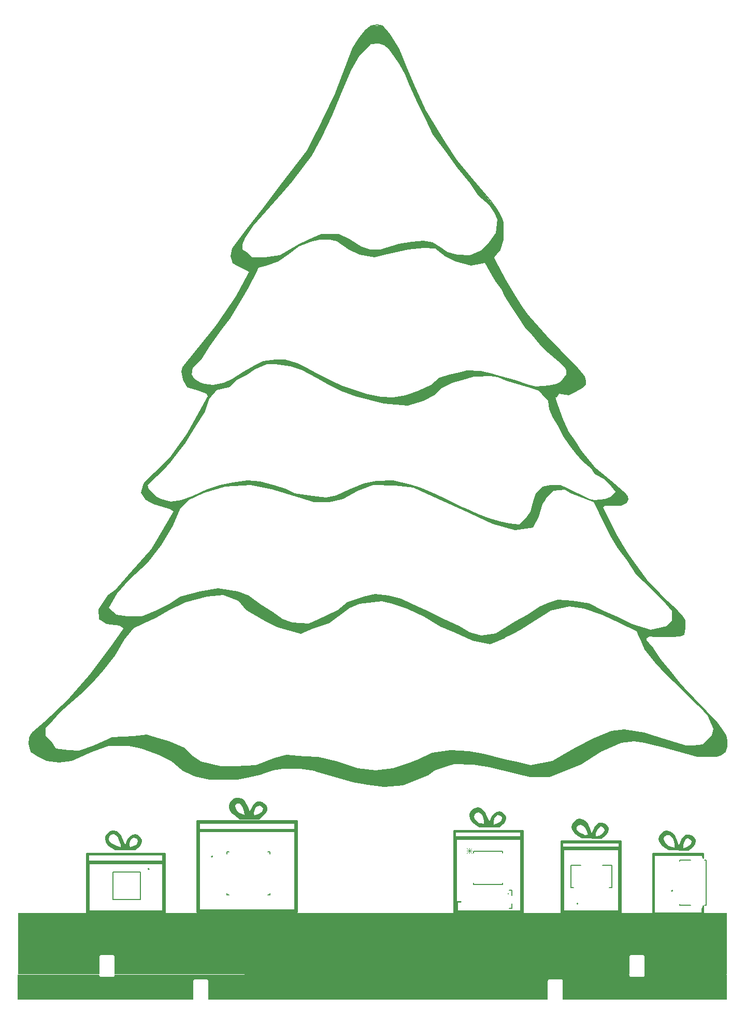
<source format=gto>
G04*
G04 #@! TF.GenerationSoftware,Altium Limited,Altium NEXUS,2.1.9 (83)*
G04*
G04 Layer_Color=65535*
%FSLAX44Y44*%
%MOMM*%
G71*
G01*
G75*
%ADD10C,0.2000*%
%ADD11C,0.2540*%
%ADD12C,0.1524*%
%ADD13C,0.1270*%
%ADD14C,0.3000*%
%ADD15C,0.2500*%
%ADD16C,0.4000*%
%ADD17C,0.0762*%
G36*
X1312180Y1808830D02*
X1327420Y1784700D01*
X1346470Y1738345D01*
X1370600Y1684370D01*
X1421400Y1603090D01*
X1488710Y1521810D01*
X1497600Y1501490D01*
Y1473550D01*
X1492520Y1457040D01*
X1482360Y1444340D01*
X1501410Y1408780D01*
X1521222Y1375506D01*
X1523000Y1373220D01*
X1529350Y1363060D01*
X1538240Y1350360D01*
X1572530Y1312260D01*
X1618250Y1265270D01*
X1630950Y1250030D01*
X1632220Y1237330D01*
X1628410Y1233520D01*
X1620790Y1228440D01*
X1605550Y1220820D01*
X1589040Y1223360D01*
X1585230Y1217010D01*
X1582690D01*
X1583960Y1210660D01*
X1595390Y1180180D01*
X1604280Y1159860D01*
X1615710Y1144620D01*
X1624600Y1129380D01*
X1647460Y1101440D01*
X1676670Y1077310D01*
X1696990Y1059530D01*
X1700800Y1054450D01*
X1702070Y1049370D01*
X1699530Y1044290D01*
X1690640Y1040480D01*
X1663970D01*
X1660160Y1036670D01*
X1683020Y990950D01*
X1700800Y961740D01*
X1733820Y916020D01*
X1761760Y886810D01*
X1778270Y872840D01*
X1790970Y858870D01*
X1794780Y852520D01*
X1793510Y829660D01*
X1787160Y827120D01*
X1742075Y826485D01*
X1736360Y827120D01*
X1731280Y823310D01*
Y820409D01*
X1730371Y819522D01*
D01*
D01*
X1741440Y808070D01*
X1754140Y789020D01*
X1787160Y748380D01*
X1846850Y686150D01*
X1862090Y664560D01*
X1863360Y656940D01*
Y646780D01*
X1860820Y637890D01*
X1854470Y632810D01*
X1846850Y630270D01*
X1815100D01*
X1760490Y645510D01*
X1728740Y653130D01*
X1712230Y655670D01*
X1690640Y653130D01*
X1657620Y639160D01*
X1624600Y617570D01*
X1573800Y597250D01*
X1542050D01*
X1476010Y613760D01*
X1449340Y617570D01*
X1417590Y618840D01*
X1385840Y608680D01*
X1375680Y601060D01*
X1333770Y584804D01*
X1302843Y582370D01*
X1252211Y590247D01*
X1190260Y607410D01*
X1166130Y611220D01*
X1138190D01*
X1121680Y608680D01*
X1100090Y601060D01*
X1063260Y593440D01*
X1017540D01*
X994680Y598520D01*
X974360Y607410D01*
X956580Y622650D01*
X934990Y634080D01*
X907050Y644240D01*
X886730Y648050D01*
X852440D01*
X824500Y637890D01*
X792750Y623920D01*
X772430Y621380D01*
X752110Y623920D01*
X738140Y630270D01*
X726710Y637890D01*
X722900Y650590D01*
X724170Y660750D01*
X727980Y668370D01*
X752110Y688690D01*
X787670Y722980D01*
X823230Y763620D01*
X858790Y810610D01*
X879110Y839820D01*
D01*
X871490Y844900D01*
X849900Y847440D01*
X838470Y855060D01*
X837200Y870300D01*
X852440Y893160D01*
X865140Y902050D01*
X923560Y968090D01*
X960390Y1030320D01*
X955310Y1034130D01*
X927370Y1043020D01*
X914670Y1049370D01*
X907050Y1060800D01*
X910860Y1076040D01*
X954040Y1117950D01*
X981980Y1157320D01*
X1016270Y1218280D01*
X1013730Y1223360D01*
X999760Y1228440D01*
X981980Y1233520D01*
X975630Y1244950D01*
X973090Y1258920D01*
X974360Y1265270D01*
X1002808Y1300576D01*
X1028970Y1332580D01*
X1061990Y1380840D01*
X1083782Y1420792D01*
X1056910Y1435450D01*
X1053100Y1446880D01*
X1055640Y1459580D01*
X1078500Y1490060D01*
X1134380Y1562450D01*
X1177560Y1618330D01*
X1211215Y1685640D01*
X1223280Y1711040D01*
X1252490Y1785970D01*
X1262650Y1802480D01*
X1272810Y1815180D01*
X1281700Y1822800D01*
X1300750D01*
X1312180Y1808830D01*
D02*
G37*
G36*
X1070000Y561750D02*
X1073250Y560750D01*
X1076250Y557250D01*
X1078250Y553750D01*
X1079750Y551250D01*
X1081250Y547750D01*
X1084000Y541250D01*
X1086000Y545250D01*
X1088750Y550250D01*
X1090750Y553000D01*
X1093750Y555750D01*
X1097000Y556750D01*
X1101500D01*
X1105500Y555500D01*
X1107500Y553750D01*
X1110000Y551750D01*
X1111750Y549250D01*
X1112250Y546750D01*
Y542750D01*
X1110750Y539000D01*
X1107500Y535000D01*
X1102000Y529750D01*
X1099250Y527000D01*
X1067500D01*
X1063500Y530750D01*
X1059750Y533750D01*
X1055750Y536500D01*
X1053000Y539250D01*
X1050750Y543000D01*
X1049750Y547000D01*
X1050000Y550970D01*
X1051250Y555000D01*
X1053000Y557500D01*
X1055250Y559750D01*
X1058500Y561750D01*
X1062000Y563250D01*
X1065500D01*
X1070000Y561750D01*
D02*
G37*
G36*
X1461954Y545938D02*
X1465789Y542765D01*
X1469227Y538401D01*
X1471872Y532715D01*
X1473591Y528616D01*
X1475508Y523723D01*
X1476500Y526500D01*
X1478219Y530599D01*
X1480403Y534312D01*
X1483376Y537872D01*
X1487343Y540252D01*
X1492170Y540781D01*
X1495145Y539988D01*
X1498583Y537740D01*
X1501624Y534566D01*
X1502947Y531856D01*
X1503211Y529079D01*
X1502153Y525442D01*
X1500170Y522335D01*
X1497657Y519492D01*
X1494616Y517111D01*
X1491575Y514467D01*
X1458781Y514731D01*
X1453491Y518169D01*
X1450053Y520814D01*
X1446351Y524516D01*
X1444499Y527029D01*
X1443309Y529409D01*
X1442516Y533508D01*
X1442912Y536418D01*
X1443574Y538533D01*
X1444632Y540385D01*
X1446218Y542236D01*
X1449789Y545277D01*
X1454020Y546996D01*
X1456797Y547393D01*
X1461954Y545938D01*
D02*
G37*
G36*
X1629454Y527688D02*
X1633289Y524515D01*
X1636727Y520151D01*
X1639372Y514465D01*
X1641091Y510366D01*
X1643008Y505473D01*
X1644000Y508250D01*
X1645719Y512349D01*
X1647903Y516062D01*
X1650876Y519622D01*
X1654843Y522002D01*
X1659670Y522531D01*
X1662645Y521738D01*
X1666083Y519490D01*
X1669124Y516316D01*
X1670447Y513605D01*
X1670711Y510829D01*
X1669653Y507192D01*
X1667670Y504085D01*
X1665157Y501242D01*
X1662116Y498861D01*
X1659075Y496217D01*
X1626281Y496481D01*
X1620991Y499919D01*
X1617553Y502564D01*
X1613851Y506267D01*
X1611999Y508779D01*
X1610809Y511159D01*
X1610016Y515258D01*
X1610412Y518168D01*
X1611074Y520283D01*
X1612132Y522135D01*
X1613718Y523986D01*
X1617289Y527027D01*
X1621520Y528746D01*
X1624297Y529143D01*
X1629454Y527688D01*
D02*
G37*
G36*
X866704Y508438D02*
X870539Y505265D01*
X873977Y500901D01*
X876622Y495215D01*
X878341Y491116D01*
X880258Y486223D01*
X881250Y489000D01*
X882969Y493099D01*
X885153Y496812D01*
X888126Y500372D01*
X892093Y502752D01*
X896920Y503281D01*
X899895Y502488D01*
X903333Y500240D01*
X906375Y497066D01*
X907697Y494356D01*
X907961Y491579D01*
X906903Y487942D01*
X904920Y484835D01*
X902408Y481992D01*
X899366Y479611D01*
X896325Y476967D01*
X863531Y477231D01*
X858241Y480669D01*
X854803Y483314D01*
X851100Y487016D01*
X849249Y489529D01*
X848059Y491909D01*
X847266Y496008D01*
X847663Y498918D01*
X848324Y501033D01*
X849381Y502885D01*
X850968Y504736D01*
X854539Y507777D01*
X858770Y509496D01*
X861547Y509893D01*
X866704Y508438D01*
D02*
G37*
G36*
X1771704Y508189D02*
X1775539Y505015D01*
X1778977Y500651D01*
X1781622Y494965D01*
X1783341Y490866D01*
X1785258Y485973D01*
X1786250Y488750D01*
X1787969Y492849D01*
X1790153Y496562D01*
X1793126Y500122D01*
X1797093Y502502D01*
X1801920Y503031D01*
X1804895Y502238D01*
X1808333Y499990D01*
X1811375Y496816D01*
X1812697Y494105D01*
X1812961Y491329D01*
X1811903Y487692D01*
X1809920Y484585D01*
X1807408Y481742D01*
X1804366Y479361D01*
X1801325Y476717D01*
X1768531Y476981D01*
X1763241Y480419D01*
X1759803Y483064D01*
X1756100Y486767D01*
X1754249Y489279D01*
X1753059Y491659D01*
X1752266Y495758D01*
X1752663Y498668D01*
X1753324Y500783D01*
X1754382Y502635D01*
X1755968Y504486D01*
X1759539Y507527D01*
X1763770Y509246D01*
X1766547Y509643D01*
X1771704Y508189D01*
D02*
G37*
G36*
X1863360Y274625D02*
X1862727D01*
X1863500Y273852D01*
Y233640D01*
X1863360Y233500D01*
X1595590D01*
Y263750D01*
X1595393Y264741D01*
X1594831Y265581D01*
X1593991Y266143D01*
X1593000Y266340D01*
X1573500D01*
X1572509Y266143D01*
X1571669Y265581D01*
X1571107Y264741D01*
X1570910Y263750D01*
Y233500D01*
X1016090D01*
Y263750D01*
X1015893Y264741D01*
X1015331Y265581D01*
X1014491Y266143D01*
X1013500Y266340D01*
X994000D01*
X993009Y266143D01*
X992169Y265581D01*
X991607Y264741D01*
X991410Y263750D01*
Y233500D01*
X704741D01*
Y274241D01*
X705000Y274500D01*
X837512Y274529D01*
X838410Y273631D01*
Y273500D01*
X838607Y272509D01*
X839169Y271669D01*
X840009Y271107D01*
X841000Y270910D01*
X860500D01*
X861491Y271107D01*
X862331Y271669D01*
X862893Y272509D01*
X863090Y273500D01*
Y274534D01*
X1284132Y274625D01*
X863090Y274625D01*
Y303750D01*
X862893Y304741D01*
X862331Y305581D01*
X861491Y306143D01*
X860500Y306340D01*
X841000D01*
X840009Y306143D01*
X839169Y305581D01*
X838607Y304741D01*
X838410Y303750D01*
Y274625D01*
X705030D01*
Y374293D01*
X705737Y375000D01*
X1863360D01*
X1863360Y274625D01*
D02*
G37*
%LPC*%
G36*
X1294908Y1793844D02*
X1281326Y1793474D01*
Y1792348D01*
X1263324Y1774346D01*
X1249822Y1750717D01*
X1236320Y1719212D01*
X1218317Y1676456D01*
X1201439Y1640450D01*
X1185687Y1611196D01*
X1153057Y1568440D01*
X1137305Y1550437D01*
X1090047Y1496429D01*
X1076545Y1476176D01*
X1072045Y1466049D01*
Y1458173D01*
X1078796Y1453672D01*
X1087797Y1444671D01*
X1108472Y1444848D01*
X1132804Y1448046D01*
X1165434Y1467174D01*
X1189062Y1478426D01*
X1200314Y1482927D01*
X1229569D01*
X1247571Y1475050D01*
X1265574Y1462673D01*
X1281326Y1458173D01*
X1297079D01*
X1327458Y1467174D01*
X1348837Y1470550D01*
X1367298Y1472534D01*
X1382592Y1469424D01*
X1396094Y1461548D01*
X1407345Y1453672D01*
X1423098Y1449171D01*
X1443351Y1448046D01*
X1461354Y1455923D01*
X1474856Y1469424D01*
X1486107Y1485177D01*
X1488358Y1506555D01*
X1483857Y1517807D01*
X1474856Y1530184D01*
X1456853Y1545936D01*
X1443351Y1566189D01*
X1423098Y1590943D01*
X1403970Y1617947D01*
X1382592Y1646076D01*
X1371340Y1669705D01*
X1357838Y1696709D01*
X1344336Y1725963D01*
X1337585Y1742841D01*
X1328584Y1759719D01*
X1319582Y1773221D01*
X1310581Y1785598D01*
X1302705Y1791223D01*
X1294908Y1793844D01*
D02*
G37*
G36*
X1214941Y1473925D02*
X1198064D01*
X1183402Y1470248D01*
X1164309Y1462673D01*
X1146306Y1449171D01*
X1130554Y1437920D01*
X1111426Y1431169D01*
X1098566Y1427830D01*
X1095725Y1422239D01*
X1082564Y1396334D01*
X1070626Y1375506D01*
X1052846Y1345788D01*
X1038114Y1327754D01*
X1019064Y1300068D01*
X1005856Y1279748D01*
X990362Y1264508D01*
X988782Y1253392D01*
X993283Y1246641D01*
X1002284Y1241015D01*
X1009920Y1238346D01*
X1023890Y1236822D01*
X1041665Y1239890D01*
X1056292Y1246641D01*
X1073170Y1257893D01*
X1092298Y1269144D01*
X1105800Y1275895D01*
X1126053Y1278146D01*
X1141805D01*
X1162058Y1272520D01*
X1175560Y1265769D01*
X1193563Y1255642D01*
X1216067Y1244390D01*
X1235194Y1235389D01*
X1256573Y1228638D01*
X1276826Y1221887D01*
X1299226Y1217518D01*
X1318276Y1216502D01*
X1333484Y1218835D01*
X1338710Y1219637D01*
X1360088Y1227513D01*
X1379998Y1236822D01*
X1393844Y1248891D01*
X1410721Y1253392D01*
X1418597Y1255642D01*
X1429343Y1258030D01*
D01*
X1438850Y1260143D01*
X1461532Y1259428D01*
X1479356Y1255642D01*
X1493984Y1251142D01*
X1518936Y1244188D01*
X1537865Y1237639D01*
X1551194Y1234282D01*
X1573038Y1236060D01*
X1585123Y1238765D01*
X1591873Y1242140D01*
X1600875Y1253392D01*
Y1260143D01*
X1598625Y1265769D01*
X1587516Y1275938D01*
X1571260Y1289654D01*
X1557544Y1303878D01*
X1545606Y1318356D01*
X1533365Y1331029D01*
X1522113Y1347906D01*
X1510861Y1365909D01*
X1500735Y1381661D01*
X1495109Y1392913D01*
X1484982Y1406415D01*
X1479356Y1416541D01*
X1468105Y1435669D01*
X1445601Y1431169D01*
X1419722Y1437920D01*
X1402845Y1446921D01*
X1386602Y1459326D01*
X1367964Y1460423D01*
X1343211Y1458173D01*
X1304955Y1449171D01*
X1288077Y1444671D01*
X1263324Y1449171D01*
X1245321Y1458173D01*
X1226193Y1471675D01*
X1214941Y1473925D01*
D02*
G37*
G36*
X1111774Y1270350D02*
X1092298Y1262393D01*
X1079008Y1253078D01*
X1061918Y1244390D01*
X1051792Y1233139D01*
X1029288Y1228638D01*
X1027038Y1225263D01*
X1021442Y1218268D01*
X1018036Y1214011D01*
X1010428Y1192118D01*
X997783Y1172380D01*
X988782Y1158877D01*
X979186Y1142080D01*
X968529Y1129623D01*
X955027Y1111620D01*
X942102Y1096868D01*
X922798Y1079596D01*
X916771Y1073364D01*
X919022Y1066613D01*
X925772Y1060988D01*
X932523Y1054237D01*
X939275Y1050861D01*
X955027Y1046360D01*
X971905Y1048611D01*
X991032Y1055362D01*
X1014661Y1066613D01*
X1034914Y1073364D01*
X1056292Y1077865D01*
X1080278Y1081120D01*
X1100852Y1079596D01*
X1122677Y1073364D01*
X1141859Y1067307D01*
X1144056Y1066613D01*
X1157558Y1059862D01*
X1186812Y1055362D01*
X1208190Y1053111D01*
X1225068Y1056487D01*
X1247571Y1066613D01*
X1270075Y1075615D01*
X1290328Y1080116D01*
X1318276Y1080612D01*
X1346586Y1074490D01*
X1363464Y1068864D01*
X1387092Y1058737D01*
X1405095Y1050861D01*
X1432099Y1037359D01*
X1435375Y1035870D01*
X1456853Y1026107D01*
X1474856Y1019356D01*
X1492858Y1013730D01*
X1508014Y1011016D01*
X1524363Y1009230D01*
X1536740Y1021607D01*
X1542366Y1030608D01*
X1544088Y1036634D01*
X1546867Y1046360D01*
X1551367Y1059862D01*
X1562619Y1071114D01*
X1576121Y1073364D01*
X1591873D01*
X1600875Y1068864D01*
X1639131Y1050861D01*
X1648132Y1048611D01*
X1665010Y1050861D01*
X1672886Y1054237D01*
X1681887Y1062113D01*
X1675136Y1071114D01*
X1663884Y1082366D01*
X1648132Y1091367D01*
X1641381Y1100369D01*
X1627879Y1111620D01*
X1616627Y1125122D01*
X1605376Y1139750D01*
X1596374Y1153252D01*
X1587373Y1170129D01*
X1579497Y1183631D01*
X1573292Y1196944D01*
X1571620Y1210635D01*
X1561580Y1221393D01*
X1555868Y1227513D01*
X1537865Y1233139D01*
X1503188Y1243172D01*
X1489472Y1249522D01*
X1477106Y1251142D01*
X1453858Y1250173D01*
X1450102Y1250016D01*
X1429849Y1244390D01*
X1415222Y1239890D01*
X1398344Y1232014D01*
X1384842Y1219637D01*
X1367552Y1210152D01*
X1342152Y1202532D01*
X1302705Y1206135D01*
X1259948Y1217386D01*
X1258943Y1217736D01*
D01*
X1234069Y1226388D01*
X1211566Y1237639D01*
X1193563Y1247766D01*
X1168809Y1261268D01*
X1149874Y1267556D01*
X1126053Y1270269D01*
X1111774Y1270350D01*
D02*
G37*
G36*
X1085547Y1073364D02*
X1043956Y1070706D01*
X1009035Y1060988D01*
X984281Y1048611D01*
X970779Y1035109D01*
X968939Y1031114D01*
X957342Y1005936D01*
X939816Y975710D01*
X916771Y946220D01*
X886392Y918091D01*
X867426Y896462D01*
X853762Y873084D01*
X866139Y861832D01*
X883016Y859582D01*
X907770D01*
X930273Y868584D01*
X952262Y879190D01*
X970779Y891087D01*
X1002284Y900088D01*
X1032526Y904844D01*
X1064168Y900088D01*
X1081802Y893160D01*
X1101299Y878710D01*
X1121680Y866236D01*
X1137305Y855081D01*
X1152922Y848710D01*
X1180061Y847205D01*
X1195813Y853956D01*
X1228106Y869538D01*
X1243071Y882085D01*
X1270075Y891087D01*
X1288558Y895446D01*
X1310581Y893337D01*
X1330722Y888334D01*
X1348837Y879835D01*
X1373590Y868584D01*
X1400594Y855081D01*
X1426988Y842868D01*
X1443351Y832578D01*
X1462548Y827628D01*
X1486107Y831453D01*
X1517612Y850581D01*
X1537986Y861918D01*
X1547988Y868584D01*
X1558118Y875334D01*
X1573871Y882085D01*
X1587373Y886586D01*
X1611001Y884336D01*
X1638316Y879952D01*
X1661634Y868584D01*
X1686388Y857332D01*
X1708891Y846080D01*
X1739271Y837079D01*
X1765150Y842704D01*
X1774151Y852831D01*
Y867458D01*
X1764025Y879835D01*
X1746022Y897838D01*
X1726894Y915841D01*
X1715642Y927092D01*
X1699890Y950721D01*
X1684138Y972099D01*
X1672886Y990102D01*
X1659384Y1017106D01*
X1650406Y1036856D01*
X1648132Y1041860D01*
X1645882Y1045235D01*
X1608598Y1060038D01*
X1598625Y1065488D01*
X1580622Y1064363D01*
X1569370Y1053111D01*
X1566404Y1048168D01*
X1562619Y1041860D01*
X1555868Y1021607D01*
X1546867Y1003604D01*
X1517666Y999586D01*
X1480582Y1009492D01*
X1432099Y1032858D01*
X1382792Y1054704D01*
X1351087Y1068864D01*
X1322086Y1072484D01*
X1285002Y1072992D01*
X1261073Y1064363D01*
X1236320Y1050861D01*
X1213882Y1045560D01*
X1189062Y1045235D01*
X1164309Y1053111D01*
X1119302Y1066613D01*
X1085547Y1073364D01*
D02*
G37*
G36*
X1040400Y894176D02*
X1014492Y891636D01*
X978678Y881984D01*
X952777Y869709D01*
X930418Y856838D01*
X910606Y847440D01*
X894150Y839461D01*
X893842Y839312D01*
X879364Y820770D01*
X863616Y794862D01*
X844312Y769970D01*
X825516Y749396D01*
X806720Y731108D01*
X788432Y715614D01*
X772749Y702058D01*
X756936Y683102D01*
X750246Y677305D01*
X750332Y664052D01*
X759247Y654801D01*
X767350Y643478D01*
X787162Y640938D01*
X804942Y639668D01*
X829008Y648050D01*
X851511Y658177D01*
X858262Y661552D01*
X894268Y663802D01*
X915432Y666084D01*
X934774Y660427D01*
X952777Y654801D01*
X978424Y644240D01*
X988782Y632298D01*
X1004534Y622171D01*
X1036039Y614295D01*
X1060974Y614268D01*
X1094248Y616554D01*
X1124474Y627984D01*
X1143778Y633318D01*
X1173496Y630524D01*
X1195340Y629508D01*
X1227852Y621888D01*
X1240044Y617824D01*
X1260999Y610839D01*
X1289625Y607410D01*
X1317332Y611220D01*
X1341390Y618840D01*
X1359000Y625547D01*
X1382168Y636335D01*
X1412500Y640938D01*
X1442228Y638652D01*
X1465854Y634548D01*
X1501860Y625547D01*
X1522113Y621046D01*
X1543066Y616554D01*
X1578371Y623296D01*
X1598625Y634548D01*
X1616627Y644675D01*
X1645882Y660427D01*
X1674638Y672180D01*
X1695720Y674466D01*
X1728486Y669640D01*
X1747147Y663802D01*
X1760649Y659302D01*
X1796655Y648050D01*
X1809004Y648304D01*
X1823659Y650300D01*
X1839411Y664928D01*
X1841661Y675054D01*
X1832660Y696432D01*
X1819158Y712185D01*
X1813320Y715263D01*
X1787653Y742564D01*
X1765316Y762350D01*
X1745758Y783432D01*
X1729248Y805022D01*
X1722733Y819704D01*
D01*
X1719018Y828077D01*
X1716294Y834994D01*
X1688638Y848330D01*
X1661634Y860707D01*
X1630129Y871959D01*
X1606501Y875334D01*
X1576121Y868584D01*
X1568349Y863610D01*
D01*
X1547992Y850581D01*
X1526614Y837079D01*
X1512339Y829660D01*
X1503252Y824937D01*
X1499632Y823056D01*
X1477106Y813450D01*
X1447852Y819076D01*
X1418597Y832578D01*
X1395238Y841852D01*
X1369090Y858457D01*
X1342086Y870834D01*
X1317332Y879835D01*
X1299734Y883508D01*
X1263324Y879835D01*
X1247571Y873084D01*
X1213816Y848330D01*
X1189062Y839329D01*
X1172943Y832814D01*
D01*
X1167654Y830676D01*
X1128303Y841579D01*
X1110301Y850581D01*
X1077992Y869538D01*
X1065294Y884336D01*
X1062927Y885271D01*
X1040400Y894176D01*
D02*
G37*
G36*
X1063500Y553750D02*
X1060750Y552000D01*
X1060500Y549000D01*
X1060750Y545750D01*
X1063250Y540750D01*
X1067250Y538000D01*
X1071000Y537000D01*
X1075250Y535250D01*
X1074750Y541250D01*
X1072250Y547250D01*
X1069750Y551750D01*
X1066750Y553500D01*
X1063500Y553750D01*
D02*
G37*
G36*
X1099750Y549750D02*
X1095250Y548250D01*
X1092500Y544500D01*
X1090750Y538000D01*
X1091500Y534000D01*
X1098500Y536500D01*
X1103750Y540000D01*
X1105500Y545000D01*
X1103250Y548500D01*
X1099750Y549750D01*
D02*
G37*
G36*
X1457750Y539500D02*
X1454500Y538500D01*
X1452000Y536500D01*
X1450500Y532750D01*
X1451250Y528750D01*
X1454750Y524750D01*
X1458750Y521750D01*
X1461750Y521250D01*
X1466250Y520500D01*
Y525750D01*
X1465000Y532000D01*
X1463250Y536000D01*
X1457750Y539500D01*
D02*
G37*
G36*
X1489250Y534500D02*
X1486500Y533500D01*
X1483500Y528750D01*
X1482500Y524000D01*
X1482360Y519000D01*
X1490250Y522000D01*
X1494250Y524750D01*
X1496250Y528750D01*
Y531500D01*
X1493750Y533500D01*
X1489250Y534500D01*
D02*
G37*
G36*
X1624750Y518750D02*
X1620500Y518000D01*
X1618000Y514250D01*
X1618250Y510500D01*
X1622750Y506500D01*
X1628750Y503250D01*
X1631750Y502000D01*
X1636500Y502500D01*
X1634500Y509500D01*
X1631750Y514250D01*
X1628250Y517500D01*
X1624750Y518750D01*
D02*
G37*
G36*
X1658250Y516000D02*
X1655000Y514500D01*
X1651750Y510750D01*
X1649750Y505250D01*
X1649250Y500500D01*
X1649500Y500000D01*
X1650391Y500143D01*
X1655750Y501000D01*
X1660750Y504750D01*
X1664000Y509500D01*
X1663250Y512500D01*
X1661250Y514750D01*
X1658250Y516000D01*
D02*
G37*
G36*
X895250Y497750D02*
X892000Y496750D01*
X889500Y493500D01*
X887750Y488500D01*
Y485500D01*
X888000Y482500D01*
X893500Y484000D01*
X899000Y486750D01*
X901250Y491750D01*
X900000Y496000D01*
X895250Y497750D01*
D02*
G37*
G36*
X862250Y503250D02*
X857250Y503000D01*
X854000Y499000D01*
X853500Y495500D01*
X854500Y492750D01*
X856500Y489750D01*
X860500Y487750D01*
X865500Y485000D01*
X873000Y482250D01*
X872750Y486750D01*
X870750Y492750D01*
X869000Y497750D01*
X866250Y500750D01*
X862250Y503250D01*
D02*
G37*
G36*
X1765500Y502250D02*
X1761250Y499000D01*
X1760250Y495000D01*
X1763250Y489750D01*
X1767500Y485250D01*
X1771500Y483250D01*
X1777750Y481250D01*
Y486750D01*
X1777000Y492000D01*
X1775250Y496750D01*
X1773250Y499250D01*
X1770000Y501750D01*
X1765500Y502250D01*
D02*
G37*
G36*
X1800500Y496500D02*
X1797000Y496000D01*
X1794750Y493000D01*
X1793250Y489000D01*
X1792500Y485000D01*
Y480500D01*
X1798000Y482500D01*
X1802000Y484750D01*
X1805000Y487500D01*
X1806000Y491500D01*
X1804500Y494500D01*
X1800500Y496500D01*
D02*
G37*
G36*
X1726250Y306340D02*
X1706750D01*
X1705759Y306143D01*
X1704919Y305581D01*
X1704357Y304741D01*
X1704160Y303750D01*
Y274625D01*
X1703353D01*
X1704160Y273818D01*
Y273500D01*
X1704357Y272509D01*
X1704919Y271669D01*
X1705759Y271107D01*
X1706750Y270910D01*
X1726250D01*
X1727241Y271107D01*
X1728081Y271669D01*
X1728643Y272509D01*
X1728840Y273500D01*
Y274625D01*
Y274721D01*
Y303750D01*
X1728643Y304741D01*
X1728081Y305581D01*
X1727241Y306143D01*
X1726250Y306340D01*
D02*
G37*
%LPD*%
D10*
X1023350Y467000D02*
G03*
X1023350Y467000I-1000J0D01*
G01*
X1775000Y411160D02*
G03*
X1775000Y411160I-1000J0D01*
G01*
X1620500Y390140D02*
G03*
X1620500Y390140I-1000J0D01*
G01*
X919500Y446660D02*
G03*
X919500Y446660I-1000J0D01*
G01*
X1512000Y382160D02*
Y390410D01*
X1508000Y382160D02*
X1512000D01*
Y403910D02*
Y412160D01*
X1508000D02*
X1512000D01*
X1506270Y406050D02*
Y407320D01*
X1291860Y1824070D02*
X1300750Y1822800D01*
X1281700D02*
X1291860Y1824070D01*
X1272810Y1815180D02*
X1281700Y1822800D01*
X1262650Y1802480D02*
X1272810Y1815180D01*
X1252490Y1785970D02*
X1262650Y1802480D01*
X1223280Y1711040D02*
X1252490Y1785970D01*
X1199150Y1660240D02*
X1223280Y1711040D01*
X1177560Y1618330D02*
X1199150Y1660240D01*
X1134380Y1562450D02*
X1177560Y1618330D01*
X1106440Y1525620D02*
X1134380Y1562450D01*
X1078500Y1490060D02*
X1106440Y1525620D01*
X1055640Y1459580D02*
X1078500Y1490060D01*
X1053100Y1446880D02*
X1055640Y1459580D01*
X1053100Y1446880D02*
X1056910Y1435450D01*
X1070880Y1427830D01*
X1084850Y1422750D01*
X1061990Y1380840D02*
X1084850Y1422750D01*
X1028970Y1332580D02*
X1061990Y1380840D01*
X974360Y1265270D02*
X1028970Y1332580D01*
X973090Y1258920D02*
X974360Y1265270D01*
X973090Y1258920D02*
X975630Y1244950D01*
X981980Y1233520D01*
X999760Y1228440D01*
X1013730Y1223360D01*
X1016270Y1218280D01*
X981980Y1157320D02*
X1016270Y1218280D01*
X954040Y1117950D02*
X981980Y1157320D01*
X910860Y1076040D02*
X954040Y1117950D01*
X907050Y1060800D02*
X910860Y1076040D01*
X907050Y1060800D02*
X914670Y1049370D01*
X927370Y1043020D01*
X955310Y1034130D01*
X960390Y1030320D01*
X923560Y968090D02*
X960390Y1030320D01*
X888000Y928720D02*
X923560Y968090D01*
X865140Y902050D02*
X888000Y928720D01*
X852440Y893160D02*
X865140Y902050D01*
X837200Y870300D02*
X852440Y893160D01*
X837200Y870300D02*
X838470Y855060D01*
X849900Y847440D01*
X871490Y844900D01*
X879110Y839820D01*
X858790Y810610D02*
X879110Y839820D01*
X823230Y763620D02*
X858790Y810610D01*
X787670Y722980D02*
X823230Y763620D01*
X752110Y688690D02*
X787670Y722980D01*
X727980Y668370D02*
X752110Y688690D01*
X724170Y660750D02*
X727980Y668370D01*
X722900Y650590D02*
X724170Y660750D01*
X722900Y650590D02*
X726710Y637890D01*
X738140Y630270D01*
X752110Y623920D01*
X772430Y621380D01*
X792750Y623920D01*
X807990Y630270D01*
X824500Y637890D01*
X852440Y648050D01*
X886730D01*
X907050Y644240D01*
X934990Y634080D01*
X956580Y622650D01*
X974360Y607410D01*
X994680Y598520D01*
X1017540Y593440D01*
X1063260D01*
X1077230Y595980D01*
X1100090Y601060D01*
X1121680Y608680D01*
X1138190Y611220D01*
X1166130D01*
X1190260Y607410D01*
X1375680Y601060D02*
X1385840Y608680D01*
X1417590Y618840D01*
X1449340Y617570D01*
X1476010Y613760D01*
X1542050Y597250D01*
X1573800D01*
X1624600Y617570D01*
X1657620Y639160D01*
X1690640Y653130D01*
X1712230Y655670D01*
X1728740Y653130D01*
X1760490Y645510D01*
X1815100Y630270D01*
X1846850D01*
X1854470Y632810D01*
X1860820Y637890D01*
X1863360Y646780D01*
Y656940D01*
X1862090Y664560D02*
X1863360Y656940D01*
X1855740Y673450D02*
X1862090Y664560D01*
X1846850Y686150D02*
X1855740Y673450D01*
X1818910Y715360D02*
X1846850Y686150D01*
X1787160Y748380D02*
X1818910Y715360D01*
X1771920Y767430D02*
X1787160Y748380D01*
X1754140Y789020D02*
X1771920Y767430D01*
X1741440Y808070D02*
X1754140Y789020D01*
X1731280Y819500D02*
X1741440Y808070D01*
X1731280Y819500D02*
Y823310D01*
X1736360Y827120D01*
X1747790Y825850D01*
X1773190D01*
X1787160Y827120D01*
X1793510Y829660D01*
X1794780Y839820D01*
Y852520D01*
X1790970Y858870D02*
X1794780Y852520D01*
X1778270Y872840D02*
X1790970Y858870D01*
X1761760Y886810D02*
X1778270Y872840D01*
X1747790Y902050D02*
X1761760Y886810D01*
X1733820Y916020D02*
X1747790Y902050D01*
X1713500Y943960D02*
X1733820Y916020D01*
X1700800Y961740D02*
X1713500Y943960D01*
X1691910Y976980D02*
X1700800Y961740D01*
X1683020Y990950D02*
X1691910Y976980D01*
X1674130Y1010000D02*
X1683020Y990950D01*
X1663970Y1030320D02*
X1674130Y1010000D01*
X1660160Y1036670D02*
X1663970Y1030320D01*
X1660160Y1036670D02*
X1663970Y1040480D01*
X1690640D01*
X1699530Y1044290D01*
X1702070Y1049370D01*
X1700800Y1054450D02*
X1702070Y1049370D01*
X1696990Y1059530D02*
X1700800Y1054450D01*
X1676670Y1077310D02*
X1696990Y1059530D01*
X1647460Y1101440D02*
X1676670Y1077310D01*
X1624600Y1129380D02*
X1647460Y1101440D01*
X1615710Y1144620D02*
X1624600Y1129380D01*
X1604280Y1159860D02*
X1615710Y1144620D01*
X1595390Y1180180D02*
X1604280Y1159860D01*
X1583960Y1210660D02*
X1595390Y1180180D01*
X1582690Y1217010D02*
X1583960Y1210660D01*
X1582690Y1217010D02*
X1585230D01*
X1589040Y1223360D01*
X1605550Y1220820D01*
X1623330Y1229710D01*
X1628410Y1233520D01*
X1632220Y1237330D01*
Y1243680D01*
X1630950Y1250030D02*
X1632220Y1243680D01*
X1618250Y1265270D02*
X1630950Y1250030D01*
X1572530Y1312260D02*
X1618250Y1265270D01*
X1538240Y1350360D02*
X1572530Y1312260D01*
X1529350Y1363060D02*
X1538240Y1350360D01*
X1516650Y1383380D02*
X1529350Y1363060D01*
X1501410Y1408780D02*
X1516650Y1383380D01*
X1487440Y1434180D02*
X1501410Y1408780D01*
X1482360Y1444340D02*
X1487440Y1434180D01*
X1482360Y1444340D02*
X1483630Y1446880D01*
X1492520Y1457040D01*
X1497600Y1473550D01*
Y1501490D01*
X1495060Y1509110D02*
X1497600Y1501490D01*
X1488710Y1521810D02*
X1495060Y1509110D01*
X1477280Y1537050D02*
X1488710Y1521810D01*
X1446800Y1572610D02*
X1477280Y1537050D01*
X1421400Y1603090D02*
X1446800Y1572610D01*
X1401080Y1634840D02*
X1421400Y1603090D01*
X1370600Y1684370D02*
X1401080Y1634840D01*
X1352820Y1723740D02*
X1370600Y1684370D01*
X1340120Y1752950D02*
X1352820Y1723740D01*
X1327420Y1784700D02*
X1340120Y1752950D01*
X1312180Y1808830D02*
X1327420Y1784700D01*
X1300750Y1822800D02*
X1312180Y1808830D01*
D11*
X1422220Y393550D02*
X1428570D01*
X1422220Y377040D02*
Y393550D01*
Y375770D02*
X1428570D01*
X1422220D02*
Y377040D01*
X1687750Y483250D02*
Y488750D01*
X1688750Y489750D01*
X1595250D02*
X1688750D01*
X1594750Y490250D02*
X1595250Y489750D01*
X1594750Y482250D02*
Y490250D01*
X1822750Y382500D02*
X1824750Y384500D01*
X1822750Y375000D02*
Y382500D01*
X1823410Y466250D02*
Y470000D01*
X1744500D02*
X1823410D01*
X1744500Y376750D02*
Y470000D01*
X945000Y459660D02*
Y472160D01*
X817500Y379660D02*
Y459660D01*
X1690000Y479660D02*
Y492160D01*
X1592500D02*
X1690000D01*
X1592500Y482160D02*
Y492160D01*
X1530000Y499660D02*
Y509660D01*
X1417500D02*
X1530000D01*
X1417500Y469660D02*
Y509660D01*
Y469660D02*
Y499660D01*
X1825000Y374660D02*
Y387160D01*
X1742500Y374660D02*
X1825000D01*
X1742500D02*
Y472160D01*
X1825000Y464660D02*
Y472160D01*
X1742500D02*
X1825000D01*
X1592500Y374660D02*
Y482160D01*
Y374660D02*
X1690000D01*
Y482160D01*
X1592500D02*
X1690000D01*
X1417500Y374660D02*
Y474660D01*
Y374660D02*
X1530000D01*
Y499660D01*
X1417500D02*
X1530000D01*
X817500Y459660D02*
Y472160D01*
X945000D01*
X817500Y374660D02*
Y379660D01*
Y374660D02*
X945000D01*
Y459660D01*
X817500D02*
X945000D01*
X1333770Y584804D02*
X1375979Y601498D01*
X1252211Y590247D02*
X1276874Y585566D01*
X1302843Y582370D02*
X1333770Y584804D01*
X1276874Y585566D02*
X1302843Y582370D01*
X1222956Y598123D02*
X1252211Y590247D01*
X1190260Y607410D02*
X1222956Y598123D01*
D12*
X1449668Y421865D02*
Y424054D01*
Y473271D02*
Y475459D01*
X1496912D01*
Y421865D02*
Y424054D01*
X1449668Y421865D02*
X1496912D01*
Y473271D02*
Y475459D01*
D13*
X1046750Y471600D02*
Y474500D01*
Y404500D02*
Y407400D01*
X1116750Y471600D02*
Y474500D01*
Y404500D02*
Y407400D01*
X1046750Y474500D02*
X1049650D01*
X1046750Y404500D02*
X1049650D01*
X1113850Y474500D02*
X1116750D01*
X1113850Y404500D02*
X1116750D01*
X1786500Y387660D02*
X1804050D01*
X1786500Y461660D02*
X1804050D01*
X1786500Y387660D02*
Y389460D01*
Y459860D02*
Y461660D01*
X1826800Y387660D02*
X1829500D01*
X1826800Y461660D02*
X1829500D01*
Y387660D02*
Y461660D01*
X1660285Y453160D02*
X1676000D01*
Y416160D02*
Y453160D01*
X1671835Y416160D02*
X1676000D01*
X1609000Y453160D02*
X1624715D01*
X1609000Y416160D02*
Y453160D01*
Y416160D02*
X1613165D01*
X860000Y397160D02*
Y442160D01*
Y397160D02*
X905000D01*
Y442160D01*
X860000D02*
X905000D01*
D14*
X1001250Y510750D02*
X1157250D01*
X942500Y457160D02*
Y469660D01*
X820000Y457160D02*
Y470000D01*
X819750Y470250D02*
X942500D01*
Y457160D02*
Y470250D01*
X1419500Y497660D02*
Y501750D01*
Y508000D01*
X1527500D01*
Y497160D02*
Y508000D01*
D15*
X1157250Y508250D02*
Y510750D01*
X1000750Y508250D02*
X1157250D01*
X1001250Y522250D02*
X1157250D01*
Y380250D02*
Y522250D01*
X1001250Y380250D02*
X1157250D01*
X1001250Y377250D02*
Y380250D01*
Y377250D02*
Y522500D01*
D16*
X998250Y511250D02*
Y521500D01*
Y511250D02*
Y525000D01*
X1160250D01*
Y514000D02*
Y525000D01*
X998250Y377250D02*
X1001250D01*
X998250D02*
Y514000D01*
X1160250Y377250D02*
Y514000D01*
X998250Y377250D02*
X1160250D01*
X1595000Y377160D02*
Y477160D01*
Y377160D02*
X1687500D01*
Y479660D01*
X1595000D02*
X1687500D01*
X1420000Y377160D02*
Y497160D01*
Y377160D02*
X1527500D01*
Y497160D01*
X1420000D02*
X1527500D01*
X820000Y377160D02*
X942500D01*
X820000Y379660D02*
Y457160D01*
X942500D01*
Y377160D02*
Y457160D01*
D17*
X1438365Y481027D02*
X1446829Y472564D01*
X1438365D02*
X1446829Y481027D01*
X1438365Y476796D02*
X1446829D01*
X1442597Y472564D02*
Y481027D01*
M02*

</source>
